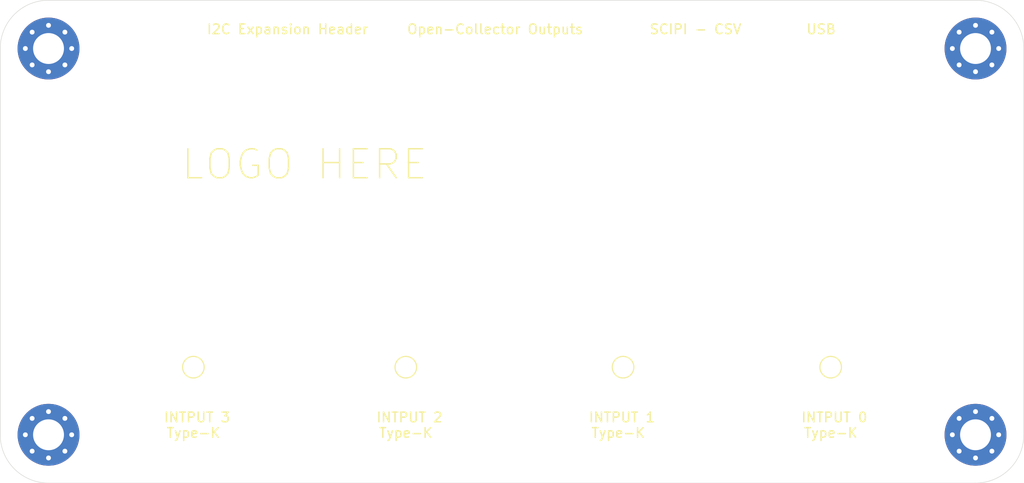
<source format=kicad_pcb>
(kicad_pcb (version 20171130) (host pcbnew 5.1.5+dfsg1-2build2)

  (general
    (thickness 1.6)
    (drawings 21)
    (tracks 0)
    (zones 0)
    (modules 4)
    (nets 5)
  )

  (page A4)
  (layers
    (0 F.Cu signal)
    (31 B.Cu signal)
    (32 B.Adhes user)
    (33 F.Adhes user)
    (34 B.Paste user)
    (35 F.Paste user)
    (36 B.SilkS user)
    (37 F.SilkS user)
    (38 B.Mask user)
    (39 F.Mask user)
    (40 Dwgs.User user)
    (41 Cmts.User user)
    (42 Eco1.User user)
    (43 Eco2.User user)
    (44 Edge.Cuts user)
    (45 Margin user)
    (46 B.CrtYd user)
    (47 F.CrtYd user)
    (48 B.Fab user hide)
    (49 F.Fab user hide)
  )

  (setup
    (last_trace_width 0.25)
    (trace_clearance 0.2)
    (zone_clearance 0.508)
    (zone_45_only no)
    (trace_min 0.2)
    (via_size 0.8)
    (via_drill 0.4)
    (via_min_size 0.4)
    (via_min_drill 0.3)
    (uvia_size 0.3)
    (uvia_drill 0.1)
    (uvias_allowed no)
    (uvia_min_size 0.2)
    (uvia_min_drill 0.1)
    (edge_width 0.05)
    (segment_width 0.2)
    (pcb_text_width 0.3)
    (pcb_text_size 1.5 1.5)
    (mod_edge_width 0.12)
    (mod_text_size 1 1)
    (mod_text_width 0.15)
    (pad_size 1.524 1.524)
    (pad_drill 0.762)
    (pad_to_mask_clearance 0.051)
    (solder_mask_min_width 0.25)
    (aux_axis_origin 0 0)
    (grid_origin 55 55)
    (visible_elements FFFFFF7F)
    (pcbplotparams
      (layerselection 0x010fc_ffffffff)
      (usegerberextensions false)
      (usegerberattributes false)
      (usegerberadvancedattributes false)
      (creategerberjobfile false)
      (excludeedgelayer true)
      (linewidth 0.100000)
      (plotframeref false)
      (viasonmask false)
      (mode 1)
      (useauxorigin false)
      (hpglpennumber 1)
      (hpglpenspeed 20)
      (hpglpendiameter 15.000000)
      (psnegative false)
      (psa4output false)
      (plotreference true)
      (plotvalue true)
      (plotinvisibletext false)
      (padsonsilk false)
      (subtractmaskfromsilk false)
      (outputformat 1)
      (mirror false)
      (drillshape 1)
      (scaleselection 1)
      (outputdirectory ""))
  )

  (net 0 "")
  (net 1 "Net-(H1-Pad1)")
  (net 2 "Net-(H2-Pad1)")
  (net 3 "Net-(H3-Pad1)")
  (net 4 "Net-(H4-Pad1)")

  (net_class Default "This is the default net class."
    (clearance 0.2)
    (trace_width 0.25)
    (via_dia 0.8)
    (via_drill 0.4)
    (uvia_dia 0.3)
    (uvia_drill 0.1)
    (add_net "Net-(H1-Pad1)")
    (add_net "Net-(H2-Pad1)")
    (add_net "Net-(H3-Pad1)")
    (add_net "Net-(H4-Pad1)")
  )

  (module MountingHole:MountingHole_3.2mm_M3_Pad_Via (layer F.Cu) (tedit 56DDBCCA) (tstamp 616CBD4E)
    (at 151 95)
    (descr "Mounting Hole 3.2mm, M3")
    (tags "mounting hole 3.2mm m3")
    (path /616C7656)
    (attr virtual)
    (fp_text reference H4 (at 0 -4.2) (layer F.SilkS) hide
      (effects (font (size 1 1) (thickness 0.15)))
    )
    (fp_text value MountingHole_Pad (at 0 4.2) (layer F.Fab)
      (effects (font (size 1 1) (thickness 0.15)))
    )
    (fp_circle (center 0 0) (end 3.45 0) (layer F.CrtYd) (width 0.05))
    (fp_circle (center 0 0) (end 3.2 0) (layer Cmts.User) (width 0.15))
    (fp_text user %R (at 0.3 0) (layer F.Fab)
      (effects (font (size 1 1) (thickness 0.15)))
    )
    (pad 1 thru_hole circle (at 1.697056 -1.697056) (size 0.8 0.8) (drill 0.5) (layers *.Cu *.Mask)
      (net 4 "Net-(H4-Pad1)"))
    (pad 1 thru_hole circle (at 0 -2.4) (size 0.8 0.8) (drill 0.5) (layers *.Cu *.Mask)
      (net 4 "Net-(H4-Pad1)"))
    (pad 1 thru_hole circle (at -1.697056 -1.697056) (size 0.8 0.8) (drill 0.5) (layers *.Cu *.Mask)
      (net 4 "Net-(H4-Pad1)"))
    (pad 1 thru_hole circle (at -2.4 0) (size 0.8 0.8) (drill 0.5) (layers *.Cu *.Mask)
      (net 4 "Net-(H4-Pad1)"))
    (pad 1 thru_hole circle (at -1.697056 1.697056) (size 0.8 0.8) (drill 0.5) (layers *.Cu *.Mask)
      (net 4 "Net-(H4-Pad1)"))
    (pad 1 thru_hole circle (at 0 2.4) (size 0.8 0.8) (drill 0.5) (layers *.Cu *.Mask)
      (net 4 "Net-(H4-Pad1)"))
    (pad 1 thru_hole circle (at 1.697056 1.697056) (size 0.8 0.8) (drill 0.5) (layers *.Cu *.Mask)
      (net 4 "Net-(H4-Pad1)"))
    (pad 1 thru_hole circle (at 2.4 0) (size 0.8 0.8) (drill 0.5) (layers *.Cu *.Mask)
      (net 4 "Net-(H4-Pad1)"))
    (pad 1 thru_hole circle (at 0 0) (size 6.4 6.4) (drill 3.2) (layers *.Cu *.Mask)
      (net 4 "Net-(H4-Pad1)"))
  )

  (module MountingHole:MountingHole_3.2mm_M3_Pad_Via (layer F.Cu) (tedit 56DDBCCA) (tstamp 616CBD3E)
    (at 151 55)
    (descr "Mounting Hole 3.2mm, M3")
    (tags "mounting hole 3.2mm m3")
    (path /616C7650)
    (attr virtual)
    (fp_text reference H3 (at 0 -4.2) (layer F.SilkS) hide
      (effects (font (size 1 1) (thickness 0.15)))
    )
    (fp_text value MountingHole_Pad (at 0 4.2) (layer F.Fab)
      (effects (font (size 1 1) (thickness 0.15)))
    )
    (fp_circle (center 0 0) (end 3.45 0) (layer F.CrtYd) (width 0.05))
    (fp_circle (center 0 0) (end 3.2 0) (layer Cmts.User) (width 0.15))
    (fp_text user %R (at 0.3 0) (layer F.Fab)
      (effects (font (size 1 1) (thickness 0.15)))
    )
    (pad 1 thru_hole circle (at 1.697056 -1.697056) (size 0.8 0.8) (drill 0.5) (layers *.Cu *.Mask)
      (net 3 "Net-(H3-Pad1)"))
    (pad 1 thru_hole circle (at 0 -2.4) (size 0.8 0.8) (drill 0.5) (layers *.Cu *.Mask)
      (net 3 "Net-(H3-Pad1)"))
    (pad 1 thru_hole circle (at -1.697056 -1.697056) (size 0.8 0.8) (drill 0.5) (layers *.Cu *.Mask)
      (net 3 "Net-(H3-Pad1)"))
    (pad 1 thru_hole circle (at -2.4 0) (size 0.8 0.8) (drill 0.5) (layers *.Cu *.Mask)
      (net 3 "Net-(H3-Pad1)"))
    (pad 1 thru_hole circle (at -1.697056 1.697056) (size 0.8 0.8) (drill 0.5) (layers *.Cu *.Mask)
      (net 3 "Net-(H3-Pad1)"))
    (pad 1 thru_hole circle (at 0 2.4) (size 0.8 0.8) (drill 0.5) (layers *.Cu *.Mask)
      (net 3 "Net-(H3-Pad1)"))
    (pad 1 thru_hole circle (at 1.697056 1.697056) (size 0.8 0.8) (drill 0.5) (layers *.Cu *.Mask)
      (net 3 "Net-(H3-Pad1)"))
    (pad 1 thru_hole circle (at 2.4 0) (size 0.8 0.8) (drill 0.5) (layers *.Cu *.Mask)
      (net 3 "Net-(H3-Pad1)"))
    (pad 1 thru_hole circle (at 0 0) (size 6.4 6.4) (drill 3.2) (layers *.Cu *.Mask)
      (net 3 "Net-(H3-Pad1)"))
  )

  (module MountingHole:MountingHole_3.2mm_M3_Pad_Via (layer F.Cu) (tedit 56DDBCCA) (tstamp 616CBD2E)
    (at 55 95)
    (descr "Mounting Hole 3.2mm, M3")
    (tags "mounting hole 3.2mm m3")
    (path /616C7204)
    (attr virtual)
    (fp_text reference H2 (at 0 -4.2) (layer F.SilkS) hide
      (effects (font (size 1 1) (thickness 0.15)))
    )
    (fp_text value MountingHole_Pad (at 0 4.2) (layer F.Fab)
      (effects (font (size 1 1) (thickness 0.15)))
    )
    (fp_circle (center 0 0) (end 3.45 0) (layer F.CrtYd) (width 0.05))
    (fp_circle (center 0 0) (end 3.2 0) (layer Cmts.User) (width 0.15))
    (fp_text user %R (at 0.3 0) (layer F.Fab)
      (effects (font (size 1 1) (thickness 0.15)))
    )
    (pad 1 thru_hole circle (at 1.697056 -1.697056) (size 0.8 0.8) (drill 0.5) (layers *.Cu *.Mask)
      (net 2 "Net-(H2-Pad1)"))
    (pad 1 thru_hole circle (at 0 -2.4) (size 0.8 0.8) (drill 0.5) (layers *.Cu *.Mask)
      (net 2 "Net-(H2-Pad1)"))
    (pad 1 thru_hole circle (at -1.697056 -1.697056) (size 0.8 0.8) (drill 0.5) (layers *.Cu *.Mask)
      (net 2 "Net-(H2-Pad1)"))
    (pad 1 thru_hole circle (at -2.4 0) (size 0.8 0.8) (drill 0.5) (layers *.Cu *.Mask)
      (net 2 "Net-(H2-Pad1)"))
    (pad 1 thru_hole circle (at -1.697056 1.697056) (size 0.8 0.8) (drill 0.5) (layers *.Cu *.Mask)
      (net 2 "Net-(H2-Pad1)"))
    (pad 1 thru_hole circle (at 0 2.4) (size 0.8 0.8) (drill 0.5) (layers *.Cu *.Mask)
      (net 2 "Net-(H2-Pad1)"))
    (pad 1 thru_hole circle (at 1.697056 1.697056) (size 0.8 0.8) (drill 0.5) (layers *.Cu *.Mask)
      (net 2 "Net-(H2-Pad1)"))
    (pad 1 thru_hole circle (at 2.4 0) (size 0.8 0.8) (drill 0.5) (layers *.Cu *.Mask)
      (net 2 "Net-(H2-Pad1)"))
    (pad 1 thru_hole circle (at 0 0) (size 6.4 6.4) (drill 3.2) (layers *.Cu *.Mask)
      (net 2 "Net-(H2-Pad1)"))
  )

  (module MountingHole:MountingHole_3.2mm_M3_Pad_Via (layer F.Cu) (tedit 56DDBCCA) (tstamp 616CBD1E)
    (at 55 55)
    (descr "Mounting Hole 3.2mm, M3")
    (tags "mounting hole 3.2mm m3")
    (path /616C6F7D)
    (attr virtual)
    (fp_text reference H1 (at 0 -4.2) (layer F.SilkS) hide
      (effects (font (size 1 1) (thickness 0.15)))
    )
    (fp_text value MountingHole_Pad (at 0 4.2) (layer F.Fab)
      (effects (font (size 1 1) (thickness 0.15)))
    )
    (fp_circle (center 0 0) (end 3.45 0) (layer F.CrtYd) (width 0.05))
    (fp_circle (center 0 0) (end 3.2 0) (layer Cmts.User) (width 0.15))
    (fp_text user %R (at 0.3 0) (layer F.Fab)
      (effects (font (size 1 1) (thickness 0.15)))
    )
    (pad 1 thru_hole circle (at 1.697056 -1.697056) (size 0.8 0.8) (drill 0.5) (layers *.Cu *.Mask)
      (net 1 "Net-(H1-Pad1)"))
    (pad 1 thru_hole circle (at 0 -2.4) (size 0.8 0.8) (drill 0.5) (layers *.Cu *.Mask)
      (net 1 "Net-(H1-Pad1)"))
    (pad 1 thru_hole circle (at -1.697056 -1.697056) (size 0.8 0.8) (drill 0.5) (layers *.Cu *.Mask)
      (net 1 "Net-(H1-Pad1)"))
    (pad 1 thru_hole circle (at -2.4 0) (size 0.8 0.8) (drill 0.5) (layers *.Cu *.Mask)
      (net 1 "Net-(H1-Pad1)"))
    (pad 1 thru_hole circle (at -1.697056 1.697056) (size 0.8 0.8) (drill 0.5) (layers *.Cu *.Mask)
      (net 1 "Net-(H1-Pad1)"))
    (pad 1 thru_hole circle (at 0 2.4) (size 0.8 0.8) (drill 0.5) (layers *.Cu *.Mask)
      (net 1 "Net-(H1-Pad1)"))
    (pad 1 thru_hole circle (at 1.697056 1.697056) (size 0.8 0.8) (drill 0.5) (layers *.Cu *.Mask)
      (net 1 "Net-(H1-Pad1)"))
    (pad 1 thru_hole circle (at 2.4 0) (size 0.8 0.8) (drill 0.5) (layers *.Cu *.Mask)
      (net 1 "Net-(H1-Pad1)"))
    (pad 1 thru_hole circle (at 0 0) (size 6.4 6.4) (drill 3.2) (layers *.Cu *.Mask)
      (net 1 "Net-(H1-Pad1)"))
  )

  (gr_circle (center 136 88) (end 137 88.5) (layer F.SilkS) (width 0.12) (tstamp 616CBFF2))
  (gr_circle (center 114.5 88) (end 115.5 88.5) (layer F.SilkS) (width 0.12) (tstamp 616CBFF2))
  (gr_circle (center 92 88) (end 93 88.5) (layer F.SilkS) (width 0.12) (tstamp 616CBFF2))
  (gr_circle (center 70 88) (end 71 88.5) (layer F.SilkS) (width 0.12))
  (gr_text USB (at 135 53) (layer F.SilkS) (tstamp 616CBFDD)
    (effects (font (size 1 1) (thickness 0.15)))
  )
  (gr_text "SCIPI - CSV" (at 122 53) (layer F.SilkS) (tstamp 616CBFDD)
    (effects (font (size 1 1) (thickness 0.15)))
  )
  (gr_text "Open-Collector Outputs\n" (at 101.25 53) (layer F.SilkS) (tstamp 616CBFD8)
    (effects (font (size 1 1) (thickness 0.15)))
  )
  (gr_text "I2C Expansion Header" (at 79.75 53) (layer F.SilkS)
    (effects (font (size 1 1) (thickness 0.15)))
  )
  (gr_text " INTPUT 3\nType-K" (at 70 94) (layer F.SilkS) (tstamp 616CBFC1)
    (effects (font (size 1 1) (thickness 0.15)))
  )
  (gr_text " INTPUT 2\nType-K" (at 92 94) (layer F.SilkS) (tstamp 616CBFC1)
    (effects (font (size 1 1) (thickness 0.15)))
  )
  (gr_text " INTPUT 1\nType-K" (at 114 94) (layer F.SilkS) (tstamp 616CBFC1)
    (effects (font (size 1 1) (thickness 0.15)))
  )
  (gr_text " INTPUT 0\nType-K" (at 136 94) (layer F.SilkS)
    (effects (font (size 1 1) (thickness 0.15)))
  )
  (gr_text "LOGO HERE" (at 81.5 67) (layer F.SilkS)
    (effects (font (size 3 3) (thickness 0.15)))
  )
  (gr_line (start 55 50) (end 151 50) (layer Edge.Cuts) (width 0.05) (tstamp 616CBF28))
  (gr_line (start 50 95) (end 50 55) (layer Edge.Cuts) (width 0.05) (tstamp 616CBF27))
  (gr_line (start 151 100) (end 55 100) (layer Edge.Cuts) (width 0.05) (tstamp 616CBF26))
  (gr_line (start 156 55) (end 156 95) (layer Edge.Cuts) (width 0.05) (tstamp 616CBF25))
  (gr_arc (start 151 55) (end 156 55) (angle -90) (layer Edge.Cuts) (width 0.05) (tstamp 616CBF14))
  (gr_arc (start 151 95) (end 151 100) (angle -90) (layer Edge.Cuts) (width 0.05) (tstamp 616CBF14))
  (gr_arc (start 55 95) (end 50 95) (angle -90) (layer Edge.Cuts) (width 0.05) (tstamp 616CBF14))
  (gr_arc (start 55 55) (end 55 50) (angle -90) (layer Edge.Cuts) (width 0.05))

)

</source>
